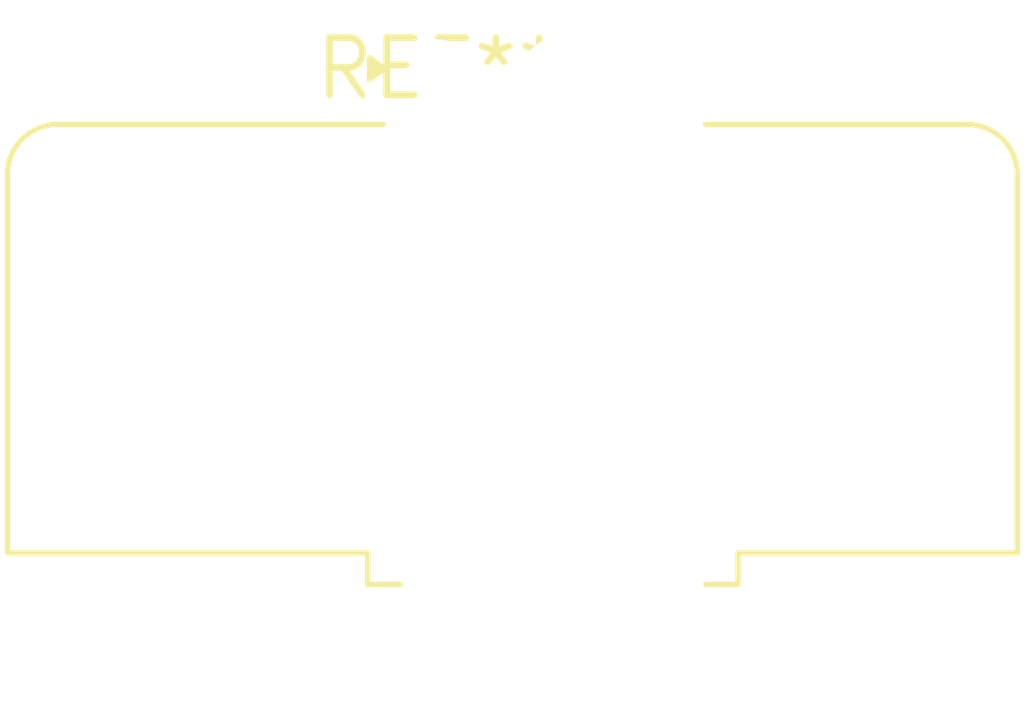
<source format=kicad_pcb>
(kicad_pcb (version 20240108) (generator pcbnew)
  (layers (0 "F.Cu" signal) (31 "B.Cu" signal) (34 "B.Paste" user) (35 "F.Paste" user) (36 "B.SilkS" user "B.Silkscreen") (37 "F.SilkS" user "F.Silkscreen") (38 "B.Mask" user) (39 "F.Mask" user) (44 "Edge.Cuts" user))
  (net 0 "")
  (footprint "LEM_LTSR-NP" (layer "F.Cu") (at 0 0)
    (property "Reference" "REF**")
    (property "Value" "LEM_LTSR-NP")
    (fp_line (start -9.57 10.76) (end -9.57 2.36) (layer "F.SilkS") (stroke (width 0.12)))
    (fp_line (start -9.57 10.76) (end -1.57 10.76) (layer "F.SilkS") (stroke (width 0.12)))
    (fp_line (start -8.45 1.24) (end -1.22 1.24) (layer "F.SilkS") (stroke (width 0.12)))
    (fp_line (start -1.57 11.46) (end -1.57 10.76) (layer "F.SilkS") (stroke (width 0.12)))
    (fp_line (start -1.57 11.46) (end -0.85 11.46) (layer "F.SilkS") (stroke (width 0.12)))
    (fp_line (start 5.92 11.46) (end 6.65 11.46) (layer "F.SilkS") (stroke (width 0.12)))
    (fp_line (start 5.93 1.24) (end 11.74 1.24) (layer "F.SilkS") (stroke (width 0.12)))
    (fp_line (start 6.65 10.76) (end 12.85 10.76) (layer "F.SilkS") (stroke (width 0.12)))
    (fp_line (start 6.65 11.46) (end 6.65 10.76) (layer "F.SilkS") (stroke (width 0.12)))
    (fp_line (start 12.85 10.76) (end 12.85 2.35) (layer "F.SilkS") (stroke (width 0.12)))
    (fp_arc (start -9.57 2.35) (mid -9.244889 1.565111) (end -8.46 1.24) (layer "F.SilkS") (stroke (width 0.12)))
    (fp_arc (start 11.74 1.24) (mid 12.524889 1.565111) (end 12.85 2.35) (layer "F.SilkS") (stroke (width 0.12)))
    (fp_poly (pts (xy -1.2 0) (xy -1.53 0.24) (xy -1.53 -0.24) (xy -1.2 0)) (layer "F.SilkS") (stroke (width 0.12)) (fill solid))
    (pad "1" thru_hole roundrect (at 0 0) (size 1.9 2.5) (drill 1.3) (layers *.Cu *.Mask) (remove_unused_layers) (roundrect_rratio 0.125))
    (pad "2" thru_hole oval (at 2.54 0) (size 1.9 2.5) (drill 1.3) (layers *.Cu *.Mask) (remove_unused_layers))
    (pad "3" thru_hole oval (at 5.08 0) (size 1.9 2.5) (drill 1.3) (layers *.Cu *.Mask) (remove_unused_layers))
    (pad "4" thru_hole oval (at 5.08 12.7) (size 1.9 2.5) (drill 1.3) (layers *.Cu *.Mask) (remove_unused_layers))
    (pad "5" thru_hole oval (at 2.54 12.7) (size 1.9 2.5) (drill 1.3) (layers *.Cu *.Mask) (remove_unused_layers))
    (pad "6" thru_hole oval (at 0 12.7) (size 1.9 2.5) (drill 1.3) (layers *.Cu *.Mask) (remove_unused_layers))
    (pad "7" thru_hole oval (at -7.62 9.2075) (size 1.6 1.4) (drill 0.8) (layers *.Cu *.Mask) (remove_unused_layers))
    (pad "8" thru_hole oval (at -7.62 7.3025) (size 1.6 1.4) (drill 0.8) (layers *.Cu *.Mask) (remove_unused_layers))
    (pad "9" thru_hole oval (at -7.62 5.3975) (size 1.6 1.4) (drill 0.8) (layers *.Cu *.Mask) (remove_unused_layers))
    (pad "10" thru_hole oval (at -7.62 3.4925) (size 1.6 1.4) (drill 0.8) (layers *.Cu *.Mask) (remove_unused_layers))
  )
)
</source>
